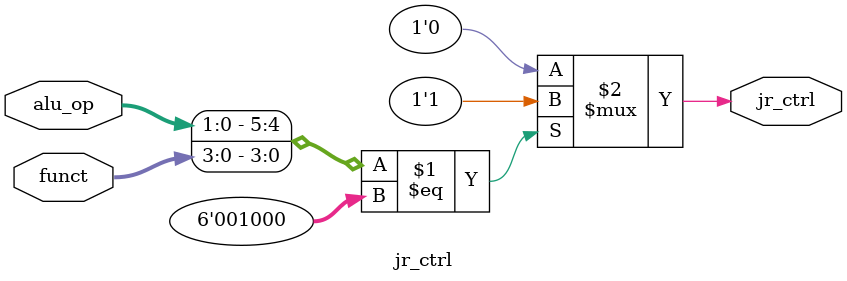
<source format=sv>

`ifndef ALU
 `define ALU
 
 module alu(alu, aluop, funct);  
 output reg[2:0] alu;  
 input [1:0] aluop;  
 input [3:0] funct;  
 wire [5:0] aluctrl;  
 assign aluctrl = {ALUOp,funct};  
 always @(aluctrl)  
 casex (aluctrl)  
  6'b11xxxx: aluctrl=3'b000;  
  6'b10xxxx: aluctrl=3'b100;  
  6'b01xxxx: aluctrl=3'b001;  
  6'b000000: aluctrl=3'b000;  
  6'b000001: aluctrl=3'b001;  
  6'b000010: aluctrl=3'b010;  
  6'b000011: aluctrl=3'b011;  
  6'b000100: aluctrl=3'b100;  
  default: aluctrl=3'b000;  
  endcase  
 endmodule  


module jr_ctrl( input[1:0] alu_op, 
       input [3:0] funct,
       output jr_ctrl
    );
assign jr_ctrl = ({alu_op,funct}==6'b001000) ? 1'b1 : 1'b0;
endmodule

`endif // ALUDecoder

</source>
